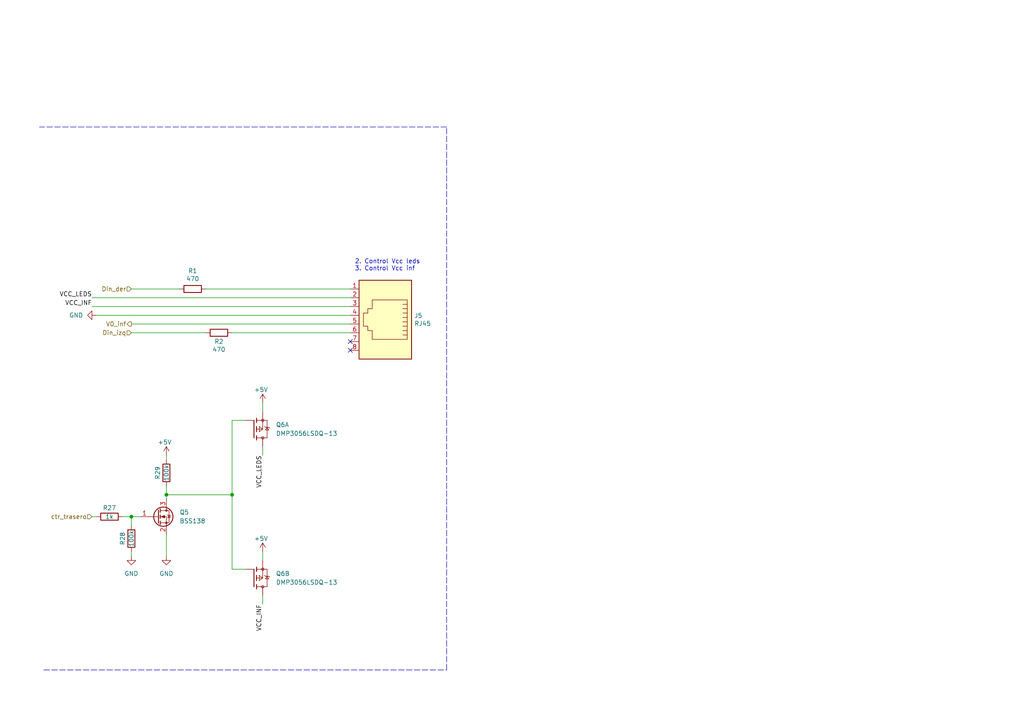
<source format=kicad_sch>
(kicad_sch (version 20211123) (generator eeschema)
  (paper "A4")
  (lib_symbols
    (symbol "Connector:RJ45" (pin_names (offset 1.016))
      (property "Reference" "J" (at -5.08 13.97 0))
      (property "Value" "RJ45" (at 2.54 13.97 0))
      (symbol "RJ45_0_1"
        (polyline (pts (xy -5.08 4.445) (xy -6.35 4.445)))
        (polyline (pts (xy -5.08 5.715) (xy -6.35 5.715)))
        (polyline (pts (xy -6.35 -3.175) (xy -5.08 -3.175) (xy -5.08 -3.175)))
        (polyline (pts (xy -6.35 -1.905) (xy -5.08 -1.905) (xy -5.08 -1.905)))
        (polyline (pts (xy -6.35 -0.635) (xy -5.08 -0.635) (xy -5.08 -0.635)))
        (polyline (pts (xy -6.35 0.635) (xy -5.08 0.635) (xy -5.08 0.635)))
        (polyline (pts (xy -6.35 1.905) (xy -5.08 1.905) (xy -5.08 1.905)))
        (polyline (pts (xy -5.08 3.175) (xy -6.35 3.175) (xy -6.35 3.175)))
        (polyline (pts (xy -6.35 -4.445) (xy -6.35 6.985) (xy 3.81 6.985) (xy 3.81 4.445) (xy 5.08 4.445) (xy 5.08 3.175) (xy 6.35 3.175) (xy 6.35 -0.635) (xy 5.08 -0.635) (xy 5.08 -1.905) (xy 3.81 -1.905) (xy 3.81 -4.445) (xy -6.35 -4.445) (xy -6.35 -4.445)))
        (rectangle (start 7.62 12.7) (end -7.62 -10.16) (stroke (width 0.254)) (fill (type background)))
      )
      (symbol "RJ45_1_1"
        (pin passive line (at 10.16 -7.62 180) (length 2.54) (name "~") (number "1"))
        (pin passive line (at 10.16 -5.08 180) (length 2.54) (name "~") (number "2"))
        (pin passive line (at 10.16 -2.54 180) (length 2.54) (name "~") (number "3"))
        (pin passive line (at 10.16 0 180) (length 2.54) (name "~") (number "4"))
        (pin passive line (at 10.16 2.54 180) (length 2.54) (name "~") (number "5"))
        (pin passive line (at 10.16 5.08 180) (length 2.54) (name "~") (number "6"))
        (pin passive line (at 10.16 7.62 180) (length 2.54) (name "~") (number "7"))
        (pin passive line (at 10.16 10.16 180) (length 2.54) (name "~") (number "8"))
      )
    )
    (symbol "DMP3056LSDQ-13:DMP3056LSDQ-13" (pin_numbers hide) (pin_names (offset 1.016) hide)
      (property "Reference" "Q" (at -8.89 3.81 0))
      (property "Value" "DMP3056LSDQ-13" (at -8.89 -6.35 0))
      (symbol "DMP3056LSDQ-13_1_0"
        (polyline (pts (xy 0 -2.54) (xy 0 2.54)) (stroke (width 0.254)))
        (polyline (pts (xy 0.762 -3.175) (xy 0.762 -2.54)) (stroke (width 0.254)))
        (polyline (pts (xy 0.762 -2.54) (xy 0.762 -1.905)) (stroke (width 0.254)))
        (polyline (pts (xy 0.762 -2.54) (xy 3.81 -2.54)) (stroke (width 0.1524)))
        (polyline (pts (xy 0.762 -0.762) (xy 0.762 0)) (stroke (width 0.254)))
        (polyline (pts (xy 0.762 0) (xy 0.762 0.762)) (stroke (width 0.254)))
        (polyline (pts (xy 0.762 0) (xy 2.54 0)) (stroke (width 0.1524)))
        (polyline (pts (xy 0.762 1.905) (xy 0.762 2.54)) (stroke (width 0.254)))
        (polyline (pts (xy 0.762 2.54) (xy 0.762 3.175)) (stroke (width 0.254)))
        (polyline (pts (xy 2.54 0) (xy 2.54 2.54)) (stroke (width 0.1524)))
        (polyline (pts (xy 2.54 2.54) (xy 0.762 2.54)) (stroke (width 0.1524)))
        (polyline (pts (xy 2.54 2.54) (xy 3.81 2.54)) (stroke (width 0.1524)))
        (polyline (pts (xy 3.048 0.762) (xy 3.302 0.508)) (stroke (width 0.1524)))
        (polyline (pts (xy 3.302 0.508) (xy 3.81 0.508)) (stroke (width 0.1524)))
        (polyline (pts (xy 3.81 -2.54) (xy 3.81 0.508)) (stroke (width 0.1524)))
        (polyline (pts (xy 3.81 0.508) (xy 3.81 2.54)) (stroke (width 0.1524)))
        (polyline (pts (xy 3.81 0.508) (xy 4.318 0.508)) (stroke (width 0.1524)))
        (polyline (pts (xy 4.318 0.508) (xy 4.572 0.254)) (stroke (width 0.1524)))
        (polyline (pts (xy 2.54 0) (xy 1.524 0.762) (xy 1.524 -0.762) (xy 2.54 0)) (stroke (width 0.1524)) (fill (type background)))
        (polyline (pts (xy 3.81 0.508) (xy 4.318 -0.254) (xy 3.302 -0.254) (xy 3.81 0.508)) (stroke (width 0.1524)) (fill (type background)))
        (circle (center 2.54 -2.54) (radius 0.3556))
        (circle (center 2.54 2.54) (radius 0.3556))
        (pin passive line (at 2.54 5.08 270) (length 2.54) (name "~") (number "1"))
        (pin passive line (at -2.54 2.54 0) (length 2.54) (name "~") (number "2"))
        (pin passive line (at 2.54 -5.08 90) (length 2.54) (name "~") (number "7"))
        (pin passive line (at 2.54 -5.08 90) (length 2.54) (name "~") (number "8"))
      )
      (symbol "DMP3056LSDQ-13_2_0"
        (polyline (pts (xy 0 -2.54) (xy 0 2.54)) (stroke (width 0.254)))
        (polyline (pts (xy 0.762 -3.175) (xy 0.762 -2.54)) (stroke (width 0.254)))
        (polyline (pts (xy 0.762 -2.54) (xy 0.762 -1.905)) (stroke (width 0.254)))
        (polyline (pts (xy 0.762 -2.54) (xy 3.81 -2.54)) (stroke (width 0.1524)))
        (polyline (pts (xy 0.762 -0.762) (xy 0.762 0)) (stroke (width 0.254)))
        (polyline (pts (xy 0.762 0) (xy 0.762 0.762)) (stroke (width 0.254)))
        (polyline (pts (xy 0.762 0) (xy 2.54 0)) (stroke (width 0.1524)))
        (polyline (pts (xy 0.762 1.905) (xy 0.762 2.54)) (stroke (width 0.254)))
        (polyline (pts (xy 0.762 2.54) (xy 0.762 3.175)) (stroke (width 0.254)))
        (polyline (pts (xy 2.54 0) (xy 2.54 2.54)) (stroke (width 0.1524)))
        (polyline (pts (xy 2.54 2.54) (xy 0.762 2.54)) (stroke (width 0.1524)))
        (polyline (pts (xy 2.54 2.54) (xy 3.81 2.54)) (stroke (width 0.1524)))
        (polyline (pts (xy 3.048 0.762) (xy 3.302 0.508)) (stroke (width 0.1524)))
        (polyline (pts (xy 3.302 0.508) (xy 3.81 0.508)) (stroke (width 0.1524)))
        (polyline (pts (xy 3.81 -2.54) (xy 3.81 0.508)) (stroke (width 0.1524)))
        (polyline (pts (xy 3.81 0.508) (xy 3.81 2.54)) (stroke (width 0.1524)))
        (polyline (pts (xy 3.81 0.508) (xy 4.318 0.508)) (stroke (width 0.1524)))
        (polyline (pts (xy 4.318 0.508) (xy 4.572 0.254)) (stroke (width 0.1524)))
        (polyline (pts (xy 2.54 0) (xy 1.524 0.762) (xy 1.524 -0.762) (xy 2.54 0)) (stroke (width 0.1524)) (fill (type background)))
        (polyline (pts (xy 3.81 0.508) (xy 4.318 -0.254) (xy 3.302 -0.254) (xy 3.81 0.508)) (stroke (width 0.1524)) (fill (type background)))
        (circle (center 2.54 -2.54) (radius 0.3556))
        (circle (center 2.54 2.54) (radius 0.3556))
        (pin passive line (at 2.54 5.08 270) (length 2.54) (name "~") (number "3"))
        (pin passive line (at -2.54 2.54 0) (length 2.54) (name "~") (number "4"))
        (pin passive line (at 2.54 -5.08 90) (length 2.54) (name "~") (number "5"))
        (pin passive line (at 2.54 -5.08 90) (length 2.54) (name "~") (number "6"))
      )
    )
    (symbol "Device:R" (pin_numbers hide) (pin_names (offset 0))
      (property "Reference" "R" (at 2.032 0 90))
      (property "Value" "R" (at 0 0 90))
      (symbol "R_0_1"
        (rectangle (start -1.016 -2.54) (end 1.016 2.54) (stroke (width 0.254)))
      )
      (symbol "R_1_1"
        (pin passive line (at 0 3.81 270) (length 1.27) (name "~") (number "1"))
        (pin passive line (at 0 -3.81 90) (length 1.27) (name "~") (number "2"))
      )
    )
    (symbol "Transistor_FET:BSS138" (pin_names hide)
      (property "Reference" "Q" (at 5.08 1.905 0))
      (property "Value" "BSS138" (at 5.08 0 0))
      (symbol "BSS138_0_1"
        (polyline (pts (xy 0.254 0) (xy -2.54 0)))
        (polyline (pts (xy 0.254 1.905) (xy 0.254 -1.905)) (stroke (width 0.254)))
        (polyline (pts (xy 0.762 -1.27) (xy 0.762 -2.286)) (stroke (width 0.254)))
        (polyline (pts (xy 0.762 0.508) (xy 0.762 -0.508)) (stroke (width 0.254)))
        (polyline (pts (xy 0.762 2.286) (xy 0.762 1.27)) (stroke (width 0.254)))
        (polyline (pts (xy 2.54 2.54) (xy 2.54 1.778)))
        (polyline (pts (xy 2.54 -2.54) (xy 2.54 0) (xy 0.762 0)))
        (polyline (pts (xy 0.762 -1.778) (xy 3.302 -1.778) (xy 3.302 1.778) (xy 0.762 1.778)))
        (polyline (pts (xy 1.016 0) (xy 2.032 0.381) (xy 2.032 -0.381) (xy 1.016 0)) (fill (type outline)))
        (polyline (pts (xy 2.794 0.508) (xy 2.921 0.381) (xy 3.683 0.381) (xy 3.81 0.254)))
        (polyline (pts (xy 3.302 0.381) (xy 2.921 -0.254) (xy 3.683 -0.254) (xy 3.302 0.381)))
        (circle (center 1.651 0) (radius 2.794) (stroke (width 0.254)))
        (circle (center 2.54 -1.778) (radius 0.254) (fill (type outline)))
        (circle (center 2.54 1.778) (radius 0.254) (fill (type outline)))
      )
      (symbol "BSS138_1_1"
        (pin input line (at -5.08 0 0) (length 2.54) (name "G") (number "1"))
        (pin passive line (at 2.54 -5.08 90) (length 2.54) (name "S") (number "2"))
        (pin passive line (at 2.54 5.08 270) (length 2.54) (name "D") (number "3"))
      )
    )
    (symbol "power:+5V" (power) (pin_names (offset 0))
      (property "Value" "+5V" (at 0 3.556 0))
      (symbol "+5V_0_1"
        (polyline (pts (xy -0.762 1.27) (xy 0 2.54)))
        (polyline (pts (xy 0 0) (xy 0 2.54)))
        (polyline (pts (xy 0 2.54) (xy 0.762 1.27)))
      )
      (symbol "+5V_1_1"
        (pin power_in line (at 0 0 90) (length 0) hide (name "+5V") (number "1"))
      )
    )
    (symbol "power:GND" (power) (pin_names (offset 0))
      (property "Value" "GND" (at 0 -3.81 0))
      (symbol "GND_0_1"
        (polyline (pts (xy 0 0) (xy 0 -1.27) (xy 1.27 -1.27) (xy 0 -2.54) (xy -1.27 -1.27) (xy 0 -1.27)))
      )
      (symbol "GND_1_1"
        (pin power_in line (at 0 0 270) (length 0) hide (name "GND") (number "1"))
      )
    )
  )
  (junction (at 67.31 143.51))
  (junction (at 48.26 143.51))
  (junction (at 38.1 149.86))
  (no_connect (at 101.6 99.06))
  (no_connect (at 101.6 101.6))
  (wire (pts (xy 38.1 96.52) (xy 59.69 96.52)))
  (wire (pts (xy 38.1 93.98) (xy 101.6 93.98)))
  (wire (pts (xy 48.26 143.51) (xy 67.31 143.51)))
  (polyline (pts (xy 129.54 36.83) (xy 11.43 36.83)))
  (wire (pts (xy 38.1 83.82) (xy 52.07 83.82)))
  (wire (pts (xy 26.67 88.9) (xy 101.6 88.9)))
  (wire (pts (xy 76.2 116.84) (xy 76.2 119.38)))
  (wire (pts (xy 38.1 160.02) (xy 38.1 161.29)))
  (wire (pts (xy 76.2 129.54) (xy 76.2 132.08)))
  (wire (pts (xy 59.69 83.82) (xy 101.6 83.82)))
  (wire (pts (xy 38.1 149.86) (xy 38.1 152.4)))
  (wire (pts (xy 38.1 149.86) (xy 40.64 149.86)))
  (wire (pts (xy 67.31 96.52) (xy 101.6 96.52)))
  (wire (pts (xy 48.26 132.08) (xy 48.26 133.35)))
  (wire (pts (xy 35.56 149.86) (xy 38.1 149.86)))
  (wire (pts (xy 71.12 165.1) (xy 67.31 165.1)))
  (wire (pts (xy 48.26 140.97) (xy 48.26 143.51)))
  (wire (pts (xy 48.26 143.51) (xy 48.26 144.78)))
  (wire (pts (xy 26.67 86.36) (xy 101.6 86.36)))
  (polyline (pts (xy 129.54 194.31) (xy 129.54 36.83)))
  (wire (pts (xy 27.94 91.44) (xy 101.6 91.44)))
  (wire (pts (xy 67.31 121.92) (xy 67.31 143.51)))
  (wire (pts (xy 71.12 121.92) (xy 67.31 121.92)))
  (wire (pts (xy 48.26 154.94) (xy 48.26 161.29)))
  (wire (pts (xy 76.2 160.02) (xy 76.2 162.56)))
  (wire (pts (xy 67.31 143.51) (xy 67.31 165.1)))
  (wire (pts (xy 26.67 149.86) (xy 27.94 149.86)))
  (polyline (pts (xy 12.7 194.31) (xy 129.54 194.31)))
  (wire (pts (xy 76.2 172.72) (xy 76.2 175.26)))
  (text "2. Control Vcc leds\n3. Control Vcc inf\n" (at 102.87 78.74 0) (effects (font (size 1.27 1.27)) (justify left bottom)))
  (label "VCC_LEDS" (at 76.2 132.08 270))
  (label "VCC_INF" (at 76.2 175.26 270))
  (label "VCC_LEDS" (at 26.67 86.36 180))
  (label "VCC_INF" (at 26.67 88.9 180))
  (hierarchical_label "V0_inf" (shape output) (at 38.1 93.98 180))
  (hierarchical_label "Din_der" (shape input) (at 38.1 83.82 180))
  (hierarchical_label "ctr_trasero" (shape input) (at 26.67 149.86 180))
  (hierarchical_label "Din_izq" (shape input) (at 38.1 96.52 180))
  (symbol (lib_id "Device:R") (at 55.88 83.82 270) (unit 1)
    (property "Reference" "R1" (at 55.88 78.5622 90))
    (property "Value" "470" (at 55.88 80.8736 90))
  )
  (symbol (lib_id "Device:R") (at 63.5 96.52 270) (unit 1)
    (property "Reference" "R2" (at 63.5 99.06 90))
    (property "Value" "470" (at 63.5 101.3714 90))
  )
  (symbol (lib_id "Connector:RJ45") (at 111.76 91.44 180) (unit 1)
    (property "Reference" "J5" (at 120.142 91.5416 0) (effects (justify right)))
    (property "Value" "RJ45" (at 120.142 93.853 0) (effects (justify right)))
  )
  (symbol (lib_id "power:+5V") (at 48.26 132.08 0) (unit 1)
    (property "Reference" "#PWR040" (effects hide))
    (property "Value" "+5V" (at 45.72 128.27 0) (effects (justify left)))
  )
  (symbol (lib_id "Device:R") (at 31.75 149.86 90) (unit 1)
    (property "Reference" "R27" (at 31.75 147.32 90))
    (property "Value" "1k" (at 31.75 149.86 90))
  )
  (symbol (lib_id "Transistor_FET:BSS138") (at 45.72 149.86 0) (unit 1)
    (property "Reference" "Q5" (at 52.07 148.5899 0) (effects (justify left)))
    (property "Value" "BSS138" (at 52.07 151.1299 0) (effects (justify left)))
    (property "Footprint" "Package_TO_SOT_SMD:SOT-23" (effects hide))
    (property "Datasheet" "https://www.onsemi.com/pub/Collateral/BSS138-D.PDF" (effects hide))
  )
  (symbol (lib_id "power:GND") (at 38.1 161.29 0) (unit 1)
    (property "Reference" "#PWR039" (effects hide))
    (property "Value" "GND" (at 38.1 166.37 0))
  )
  (symbol (lib_id "Device:R") (at 48.26 137.16 180) (unit 1)
    (property "Reference" "R29" (at 45.72 137.16 90))
    (property "Value" "100k" (at 48.26 137.16 90))
  )
  (symbol (lib_id "power:GND") (at 48.26 161.29 0) (unit 1)
    (property "Reference" "#PWR041" (effects hide))
    (property "Value" "GND" (at 48.26 166.37 0))
  )
  (symbol (lib_id "Device:R") (at 38.1 156.21 180) (unit 1)
    (property "Reference" "R28" (at 35.56 156.21 90))
    (property "Value" "100k" (at 38.1 156.21 90))
  )
  (symbol (lib_id "DMP3056LSDQ-13:DMP3056LSDQ-13") (at 73.66 124.46 0) (unit 1)
    (property "Reference" "Q6" (at 80.01 123.1899 0) (effects (justify left)))
    (property "Value" "DMP3056LSDQ-13" (at 80.01 125.7299 0) (effects (justify left)))
    (property "Footprint" "DMP3056LSD:SOIC127P600X175-8N" (effects hide))
    (property "STANDARD" "IPC 7351B" (effects hide))
    (property "MANUFACTURER" "Diodes Inc." (effects hide))
    (property "MAXIMUM_PACKAGE_HEIGHT" "1.7 mm" (effects hide))
    (property "PARTREV" "1-2" (effects hide))
  )
  (symbol (lib_id "power:GND") (at 27.94 91.44 270) (unit 1)
    (property "Reference" "#PWR?" (effects hide))
    (property "Value" "GND" (at 24.13 91.4399 90) (effects (justify right)))
  )
  (symbol (lib_id "power:+5V") (at 76.2 160.02 0) (unit 1)
    (property "Reference" "#PWR043" (effects hide))
    (property "Value" "+5V" (at 73.66 156.21 0) (effects (justify left)))
  )
  (symbol (lib_id "DMP3056LSDQ-13:DMP3056LSDQ-13") (at 73.66 167.64 0) (unit 2)
    (property "Reference" "Q6" (at 80.01 166.3699 0) (effects (justify left)))
    (property "Value" "DMP3056LSDQ-13" (at 80.01 168.9099 0) (effects (justify left)))
    (property "Footprint" "DMP3056LSD:SOIC127P600X175-8N" (effects hide))
    (property "STANDARD" "IPC 7351B" (effects hide))
    (property "MANUFACTURER" "Diodes Inc." (effects hide))
    (property "MAXIMUM_PACKAGE_HEIGHT" "1.7 mm" (effects hide))
    (property "PARTREV" "1-2" (effects hide))
  )
  (symbol (lib_id "power:+5V") (at 76.2 116.84 0) (unit 1)
    (property "Reference" "#PWR042" (effects hide))
    (property "Value" "+5V" (at 73.66 113.03 0) (effects (justify left)))
  )
)
</source>
